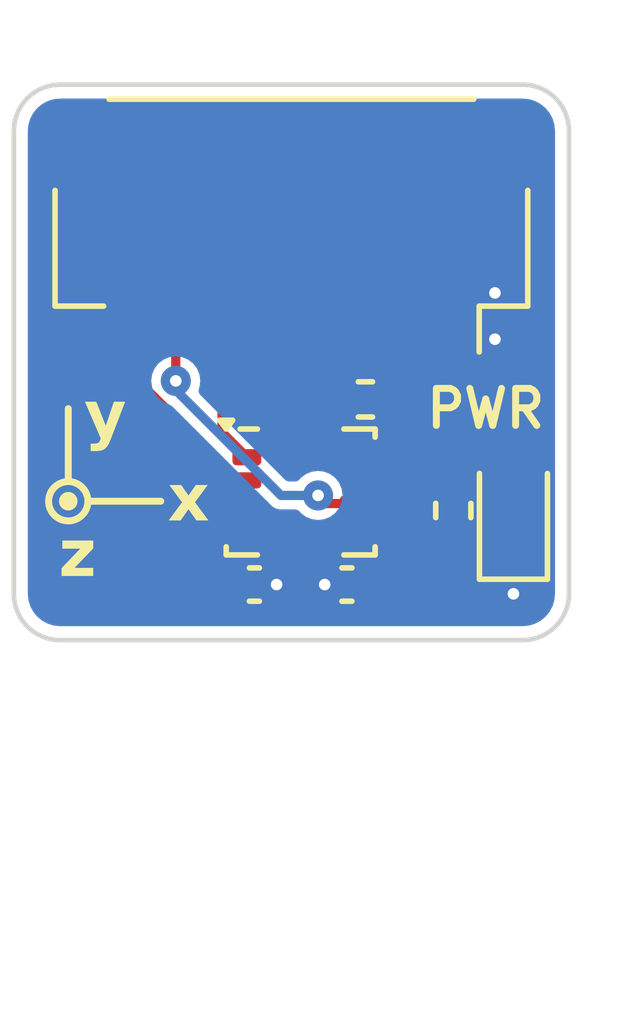
<source format=kicad_pcb>
(kicad_pcb (version 20240108) (generator "pcbnew") (generator_version "8.0")
  (layers (0 "F.Cu" signal) (31 "B.Cu" power) (34 "B.Paste" user) (35 "F.Paste" user) (36 "B.SilkS" user "B.Silkscreen") (37 "F.SilkS" user "F.Silkscreen") (38 "B.Mask" user) (39 "F.Mask" user) (44 "Edge.Cuts" user))
  (net 0 "")
  (net 1 "+3V3")
  (net 2 "GND")
  (net 3 "Net-(D101-A)")
  (net 4 "/CS")
  (net 5 "/INT2")
  (net 6 "/MISO")
  (net 7 "/SCLK")
  (net 8 "/INT1")
  (net 9 "/MOSI")
  (footprint "LED_SMD:LED_0603_1608Metric" (layer "F.Cu") (at 4.8 -0.8 90)
    (property "Reference" "D101" (hide yes))
    (property "Value" "LED")
    (fp_line (start 0.8 -0.735) (end -1.485 -0.735) (stroke (width 0.12)) (layer "F.SilkS"))
    (fp_line (start -1.485 -0.735) (end -1.485 0.735) (stroke (width 0.12)) (layer "F.SilkS"))
    (fp_line (start -1.485 0.735) (end 0.8 0.735) (stroke (width 0.12)) (layer "F.SilkS"))
    (pad "1" smd roundrect (at -0.7875 0 90) (size 0.875 0.95) (layers "F.Cu" "F.Paste" "F.Mask") (net 2 "GND"))
    (pad "2" smd roundrect (at 0.7875 0 90) (size 0.875 0.95) (layers "F.Cu" "F.Paste" "F.Mask") (net 3 "Net-(D101-A)"))
  )
  (footprint "Capacitor_SMD:C_0402_1005Metric" (layer "F.Cu") (at -0.8 0.8)
    (property "Reference" "C102" (hide yes))
    (property "Value" "100n")
    (fp_line (start -0.107836 -0.36) (end 0.107836 -0.36) (stroke (width 0.12)) (layer "F.SilkS"))
    (fp_line (start -0.107836 0.36) (end 0.107836 0.36) (stroke (width 0.12)) (layer "F.SilkS"))
    (pad "1" smd roundrect (at -0.48 0) (size 0.56 0.62) (layers "F.Cu" "F.Paste" "F.Mask") (net 1 "+3V3"))
    (pad "2" smd roundrect (at 0.48 0) (size 0.56 0.62) (layers "F.Cu" "F.Paste" "F.Mask") (net 2 "GND"))
  )
  (footprint "Resistor_SMD:R_0402_1005Metric" (layer "F.Cu") (at 3.5 -0.8 90)
    (property "Reference" "R102" (hide yes))
    (property "Value" "1k")
    (fp_line (start -0.153641 -0.38) (end 0.153641 -0.38) (stroke (width 0.12)) (layer "F.SilkS"))
    (fp_line (start -0.153641 0.38) (end 0.153641 0.38) (stroke (width 0.12)) (layer "F.SilkS"))
    (pad "1" smd roundrect (at -0.51 0 90) (size 0.54 0.64) (layers "F.Cu" "F.Paste" "F.Mask") (net 1 "+3V3"))
    (pad "2" smd roundrect (at 0.51 0 90) (size 0.54 0.64) (layers "F.Cu" "F.Paste" "F.Mask") (net 3 "Net-(D101-A)"))
  )
  (footprint "Package_LGA:LGA-14_3x2.5mm_P0.5mm_LayoutBorder3x4y" (layer "F.Cu") (at 0.2 -1.2)
    (property "Reference" "XL101" (hide yes))
    (property "Value" "LSM6DS3")
    (fp_line (start -1.61 1.36) (end -1.61 1.185) (stroke (width 0.12)) (layer "F.SilkS"))
    (fp_line (start -0.935 -1.36) (end -1.31 -1.36) (stroke (width 0.12)) (layer "F.SilkS"))
    (fp_line (start -0.935 1.36) (end -1.61 1.36) (stroke (width 0.12)) (layer "F.SilkS"))
    (fp_line (start 0.935 -1.36) (end 1.61 -1.36) (stroke (width 0.12)) (layer "F.SilkS"))
    (fp_line (start 0.935 1.36) (end 1.61 1.36) (stroke (width 0.12)) (layer "F.SilkS"))
    (fp_line (start 1.61 -1.36) (end 1.61 -1.185) (stroke (width 0.12)) (layer "F.SilkS"))
    (fp_line (start 1.61 1.36) (end 1.61 1.185) (stroke (width 0.12)) (layer "F.SilkS"))
    (fp_poly (pts (xy -1.61 -1.36) (xy -1.75 -1.55) (xy -1.47 -1.55) (xy -1.61 -1.36)) (stroke (width 0.12)) (fill solid) (layer "F.SilkS"))
    (pad "1" smd roundrect (at -1.1625 -0.75) (size 0.625 0.35) (layers "F.Cu" "F.Paste" "F.Mask") (net 6 "/MISO"))
    (pad "2" smd roundrect (at -1.1625 -0.25) (size 0.625 0.35) (layers "F.Cu" "F.Paste" "F.Mask"))
    (pad "3" smd roundrect (at -1.1625 0.25) (size 0.625 0.35) (layers "F.Cu" "F.Paste" "F.Mask"))
    (pad "4" smd roundrect (at -1.1625 0.75) (size 0.625 0.35) (layers "F.Cu" "F.Paste" "F.Mask") (net 8 "/INT1"))
    (pad "5" smd roundrect (at -0.5 0.9125) (size 0.35 0.625) (layers "F.Cu" "F.Paste" "F.Mask") (net 1 "+3V3"))
    (pad "6" smd roundrect (at 0 0.9125) (size 0.35 0.625) (layers "F.Cu" "F.Paste" "F.Mask") (net 2 "GND"))
    (pad "7" smd roundrect (at 0.5 0.9125) (size 0.35 0.625) (layers "F.Cu" "F.Paste" "F.Mask") (net 2 "GND"))
    (pad "8" smd roundrect (at 1.1625 0.75) (size 0.625 0.35) (layers "F.Cu" "F.Paste" "F.Mask") (net 1 "+3V3"))
    (pad "9" smd roundrect (at 1.1625 0.25) (size 0.625 0.35) (layers "F.Cu" "F.Paste" "F.Mask") (net 5 "/INT2"))
    (pad "10" smd roundrect (at 1.1625 -0.25) (size 0.625 0.35) (layers "F.Cu" "F.Paste" "F.Mask"))
    (pad "11" smd roundrect (at 1.1625 -0.75) (size 0.625 0.35) (layers "F.Cu" "F.Paste" "F.Mask"))
    (pad "12" smd roundrect (at 0.5 -0.9125) (size 0.35 0.625) (layers "F.Cu" "F.Paste" "F.Mask") (net 4 "/CS"))
    (pad "13" smd roundrect (at 0 -0.9125) (size 0.35 0.625) (layers "F.Cu" "F.Paste" "F.Mask") (net 7 "/SCLK"))
    (pad "14" smd roundrect (at -0.5 -0.9125) (size 0.35 0.625) (layers "F.Cu" "F.Paste" "F.Mask") (net 9 "/MOSI"))
  )
  (footprint "Capacitor_SMD:C_0402_1005Metric" (layer "F.Cu") (at 1.2 0.8 180)
    (property "Reference" "C101" (hide yes))
    (property "Value" "100n")
    (fp_line (start -0.107836 0.36) (end 0.107836 0.36) (stroke (width 0.12)) (layer "F.SilkS"))
    (fp_line (start -0.107836 -0.36) (end 0.107836 -0.36) (stroke (width 0.12)) (layer "F.SilkS"))
    (pad "1" smd roundrect (at -0.48 0 180) (size 0.56 0.62) (layers "F.Cu" "F.Paste" "F.Mask") (net 1 "+3V3"))
    (pad "2" smd roundrect (at 0.48 0 180) (size 0.56 0.62) (layers "F.Cu" "F.Paste" "F.Mask") (net 2 "GND"))
  )
  (footprint "Connector_JST:JST_SH_SM08B-SRSS-TB_1x08-1MP_P1.00mm_Horizontal" (layer "F.Cu") (at 0 -7 180)
    (property "Reference" "J101" (hide yes))
    (property "Value" "Conn_01x08")
    (fp_line (start 5.11 0.715) (end 5.11 -1.785) (stroke (width 0.12)) (layer "F.SilkS"))
    (fp_line (start 5.11 -1.785) (end 4.06 -1.785) (stroke (width 0.12)) (layer "F.SilkS"))
    (fp_line (start -3.94 2.685) (end 3.94 2.685) (stroke (width 0.12)) (layer "F.SilkS"))
    (fp_line (start -4.06 -1.785) (end -4.06 -2.775) (stroke (width 0.12)) (layer "F.SilkS"))
    (fp_line (start -5.11 0.715) (end -5.11 -1.785) (stroke (width 0.12)) (layer "F.SilkS"))
    (fp_line (start -5.11 -1.785) (end -4.06 -1.785) (stroke (width 0.12)) (layer "F.SilkS"))
    (pad "1" smd roundrect (at -3.5 -2 180) (size 0.6 1.55) (layers "F.Cu" "F.Paste" "F.Mask") (net 2 "GND"))
    (pad "2" smd roundrect (at -2.5 -2 180) (size 0.6 1.55) (layers "F.Cu" "F.Paste" "F.Mask") (net 1 "+3V3"))
    (pad "3" smd roundrect (at -1.5 -2 180) (size 0.6 1.55) (layers "F.Cu" "F.Paste" "F.Mask") (net 4 "/CS"))
    (pad "4" smd roundrect (at -0.5 -2 180) (size 0.6 1.55) (layers "F.Cu" "F.Paste" "F.Mask") (net 7 "/SCLK"))
    (pad "5" smd roundrect (at 0.5 -2 180) (size 0.6 1.55) (layers "F.Cu" "F.Paste" "F.Mask") (net 9 "/MOSI"))
    (pad "6" smd roundrect (at 1.5 -2 180) (size 0.6 1.55) (layers "F.Cu" "F.Paste" "F.Mask") (net 6 "/MISO"))
    (pad "7" smd roundrect (at 2.5 -2 180) (size 0.6 1.55) (layers "F.Cu" "F.Paste" "F.Mask") (net 5 "/INT2"))
    (pad "8" smd roundrect (at 3.5 -2 180) (size 0.6 1.55) (layers "F.Cu" "F.Paste" "F.Mask") (net 8 "/INT1"))
    (pad "MP" smd roundrect (at -4.8 1.875 180) (size 1.2 1.6) (layers "F.Cu" "F.Paste" "F.Mask"))
    (pad "MP" smd roundrect (at 4.8 1.875 180) (size 1.2 1.6) (layers "F.Cu" "F.Paste" "F.Mask"))
  )
  (footprint "Resistor_SMD:R_0402_1005Metric" (layer "F.Cu") (at 1.6 -3.2)
    (property "Reference" "R101" (hide yes))
    (property "Value" "10k")
    (fp_line (start -0.153641 -0.38) (end 0.153641 -0.38) (stroke (width 0.12)) (layer "F.SilkS"))
    (fp_line (start -0.153641 0.38) (end 0.153641 0.38) (stroke (width 0.12)) (layer "F.SilkS"))
    (pad "1" smd roundrect (at -0.51 0) (size 0.54 0.64) (layers "F.Cu" "F.Paste" "F.Mask") (net 4 "/CS"))
    (pad "2" smd roundrect (at 0.51 0) (size 0.54 0.64) (layers "F.Cu" "F.Paste" "F.Mask") (net 1 "+3V3"))
  )
  (gr_circle (center -4.824264 -1) (end -4.824264 -0.9) (stroke (width 0.2)) (fill none) (layer "F.SilkS"))
  (gr_line (start -2.824264 -1) (end -4.4 -1) (stroke (width 0.15)) (layer "F.SilkS"))
  (gr_line (start -4.824264 -3) (end -4.824264 -1.424264) (stroke (width 0.15)) (layer "F.SilkS"))
  (gr_circle (center -4.824264 -1) (end -4.524264 -1.3) (stroke (width 0.15)) (fill none) (layer "F.SilkS"))
  (gr_line (start 5 2) (end -5 2) (stroke (width 0.1)) (layer "Edge.Cuts"))
  (gr_arc (start 6 1) (mid 5.707107 1.707107) (end 5 2) (stroke (width 0.1)) (layer "Edge.Cuts"))
  (gr_arc (start -6 -9) (mid -5.707107 -9.707107) (end -5 -10) (stroke (width 0.1)) (layer "Edge.Cuts"))
  (gr_arc (start -5 2) (mid -5.707107 1.707107) (end -6 1) (stroke (width 0.1)) (layer "Edge.Cuts"))
  (gr_line (start -5 -10) (end 5 -10) (stroke (width 0.1)) (layer "Edge.Cuts"))
  (gr_line (start 6 -9) (end 6 1) (stroke (width 0.1)) (layer "Edge.Cuts"))
  (gr_arc (start 5 -10) (mid 5.707107 -9.707107) (end 6 -9) (stroke (width 0.1)) (layer "Edge.Cuts"))
  (gr_line (start -6 1) (end -6 -9) (stroke (width 0.1)) (layer "Edge.Cuts"))
  (gr_text "x" (at -2.224264 -1 0) (layer "F.SilkS") (effects (font (size 1 1))))
  (gr_text "PWR" (at 4.2 -3 0) (layer "F.SilkS") (effects (font (size 0.8 0.8))))
  (gr_text "y" (at -4.024264 -2.8 0) (layer "F.SilkS") (effects (font (size 1 1))))
  (gr_text "z" (at -4.624264 0.2 0) (layer "F.SilkS") (effects (font (size 1 1))))
  (segment (start -1.28 0.8) (end -1.185424 0.8) (width 0.2) (layer "F.Cu") (net 1))
  (segment (start -0.3 -0.2875) (end -0.5625 -0.025) (width 0.2) (layer "F.Cu") (net 1))
  (segment (start -0.5625 -0.025) (end -0.775 -0.025) (width 0.2) (layer "F.Cu") (net 1))
  (segment (start -0.610424 1.375) (end 1.105 1.375) (width 0.2) (layer "F.Cu") (net 1))
  (segment (start 2.5 -5) (end 2.5 -4.1) (width 0.5) (layer "F.Cu") (net 1))
  (segment (start -1.185424 0.8) (end -0.610424 1.375) (width 0.2) (layer "F.Cu") (net 1))
  (segment (start 2.11 -3.2) (end 2.11 -2.19) (width 0.5) (layer "F.Cu") (net 1))
  (segment (start -1.28 0.48) (end -1.28 0.8) (width 0.2) (layer "F.Cu") (net 1))
  (segment (start 2.4 -0.3) (end 2.4 0.08) (width 0.5) (layer "F.Cu") (net 1))
  (segment (start 2.4 0.08) (end 1.68 0.8) (width 0.5) (layer "F.Cu") (net 1))
  (segment (start 2.4 -1.9) (end 2.4 -0.3) (width 0.5) (layer "F.Cu") (net 1))
  (segment (start 1.3625 -0.45) (end 1.5225 -0.29) (width 0.2) (layer "F.Cu") (net 1))
  (segment (start 3.5 -0.29) (end 2.41 -0.29) (width 0.5) (layer "F.Cu") (net 1))
  (segment (start 1.5225 -0.29) (end 2.41 -0.29) (width 0.2) (layer "F.Cu") (net 1))
  (segment (start -0.775 -0.025) (end -1.28 0.48) (width 0.2) (layer "F.Cu") (net 1))
  (segment (start 2.41 -0.29) (end 2.4 -0.3) (width 0.5) (layer "F.Cu") (net 1))
  (segment (start 2.11 -2.19) (end 2.4 -1.9) (width 0.5) (layer "F.Cu") (net 1))
  (segment (start 1.105 1.375) (end 1.68 0.8) (width 0.2) (layer "F.Cu") (net 1))
  (segment (start 2.5 -4.1) (end 2.11 -3.71) (width 0.5) (layer "F.Cu") (net 1))
  (segment (start 2.11 -3.71) (end 2.11 -3.2) (width 0.5) (layer "F.Cu") (net 1))
  (segment (start 0.7 -0.2875) (end 0.7 0.78) (width 0.2) (layer "F.Cu") (net 2))
  (segment (start 0.2 -0.2875) (end 0.2 0.28) (width 0.2) (layer "F.Cu") (net 2))
  (segment (start 4.8 1) (end 4.8 -0.0125) (width 0.5) (layer "F.Cu") (net 2))
  (segment (start 0.7 0.78) (end 0.72 0.8) (width 0.2) (layer "F.Cu") (net 2))
  (segment (start 0.2 0.28) (end -0.32 0.8) (width 0.2) (layer "F.Cu") (net 2))
  (via (at -0.32 0.8) (size 0.65) (drill 0.25) (layers "F.Cu" "B.Cu") (net 2))
  (via (at 4.4 -4.5) (size 0.65) (drill 0.25) (layers "F.Cu" "B.Cu") (net 2))
  (via (at 4.8 1) (size 0.65) (drill 0.25) (layers "F.Cu" "B.Cu") (net 2))
  (via (at 0.72 0.8) (size 0.65) (drill 0.25) (layers "F.Cu" "B.Cu") (net 2))
  (via (at 4.4 -5.5) (size 0.65) (drill 0.25) (layers "F.Cu" "B.Cu") (net 2))
  (segment (start 3.5 -1.31) (end 3.793562 -1.31) (width 0.5) (layer "F.Cu") (net 3))
  (segment (start 4.073656 -1.5875) (end 4.8 -1.5875) (width 0.5) (layer "F.Cu") (net 3))
  (segment (start 3.793562 -1.31) (end 4.072359 -1.588797) (width 0.5) (layer "F.Cu") (net 3))
  (segment (start 4.072359 -1.588797) (end 4.073656 -1.5875) (width 0.5) (layer "F.Cu") (net 3))
  (segment (start 0.7 -2.1125) (end 0.7 -2.81) (width 0.15) (layer "F.Cu") (net 4))
  (segment (start 1.5 -5) (end 1.5 -3.61) (width 0.2) (layer "F.Cu") (net 4))
  (segment (start 0.7 -2.81) (end 1.09 -3.2) (width 0.15) (layer "F.Cu") (net 4))
  (segment (start 1.5 -3.61) (end 1.09 -3.2) (width 0.2) (layer "F.Cu") (net 4))
  (segment (start 0.750985 -0.95) (end 1.3625 -0.95) (width 0.2) (layer "F.Cu") (net 5))
  (segment (start -2.5 -3.6) (end -2.5 -5) (width 0.2) (layer "F.Cu") (net 5))
  (segment (start 0.575873 -1.125112) (end 0.750985 -0.95) (width 0.2) (layer "F.Cu") (net 5))
  (via (at -2.5 -3.6) (size 0.65) (drill 0.25) (layers "F.Cu" "B.Cu") (net 5))
  (via (at 0.575873 -1.125112) (size 0.65) (drill 0.25) (layers "F.Cu" "B.Cu") (net 5))
  (segment (start -2.5 -3.4) (end -0.225112 -1.125112) (width 0.2) (layer "B.Cu") (net 5))
  (segment (start -2.5 -3.6) (end -2.5 -3.4) (width 0.2) (layer "B.Cu") (net 5))
  (segment (start -0.225112 -1.125112) (end 0.575873 -1.125112) (width 0.2) (layer "B.Cu") (net 5))
  (segment (start -1.5 -5) (end -1.5 -2.4875) (width 0.2) (layer "F.Cu") (net 6))
  (segment (start -1.5 -2.4875) (end -0.9625 -1.95) (width 0.2) (layer "F.Cu") (net 6))
  (segment (start 0.5 -5) (end 0.5 -3.5) (width 0.2) (layer "F.Cu") (net 7))
  (segment (start 0.2 -3.2) (end 0.2 -2.1125) (width 0.2) (layer "F.Cu") (net 7))
  (segment (start 0.5 -3.5) (end 0.2 -3.2) (width 0.2) (layer "F.Cu") (net 7))
  (segment (start -3.5 -3.786827) (end -3.5 -5) (width 0.2) (layer "F.Cu") (net 8))
  (segment (start -2.738173 -3.025) (end -3.5 -3.786827) (width 0.2) (layer "F.Cu") (net 8))
  (segment (start -1.254722 -0.45) (end -1.7 -0.895278) (width 0.2) (layer "F.Cu") (net 8))
  (segment (start -3.5 -4) (end -3.5 -4.8) (width 0.2) (layer "F.Cu") (net 8))
  (segment (start -1.7 -0.895278) (end -1.7 -2) (width 0.2) (layer "F.Cu") (net 8))
  (segment (start -0.9625 -0.45) (end -1.254722 -0.45) (width 0.2) (layer "F.Cu") (net 8))
  (segment (start -1.7 -2) (end -2.725 -3.025) (width 0.2) (layer "F.Cu") (net 8))
  (segment (start -2.725 -3.025) (end -2.738173 -3.025) (width 0.2) (layer "F.Cu") (net 8))
  (segment (start -0.5 -3.7) (end -0.3 -3.5) (width 0.2) (layer "F.Cu") (net 9))
  (segment (start -0.3 -3.5) (end -0.3 -2.1125) (width 0.2) (layer "F.Cu") (net 9))
  (segment (start -0.5 -5) (end -0.5 -3.7) (width 0.2) (layer "F.Cu") (net 9))
  (zone (net 2) (net_name "GND") (layer "F.Cu") (priority 1) (connect_pads yes (clearance 0.2)) (min_thickness 0.25) (fill yes (thermal_gap 0.5) (thermal_bridge_width 0.5) (smoothing fillet) (radius 0.25))
    (polygon (pts (xy 3.2 -5.8) (xy 4.8 -5.8) (xy 4.8 -4.2) (xy 3.2 -4.2)))
  )
  (zone (net 2) (net_name "GND") (layer "B.Cu") (connect_pads yes (clearance 0.2)) (min_thickness 0.25) (fill yes (thermal_gap 0.5) (thermal_bridge_width 0.5))
    (polygon (pts (xy -6.3 10.3) (xy 6.3 10.3) (xy 6.3 -10.4) (xy -6.3 -10.4)))
  )
)
</source>
